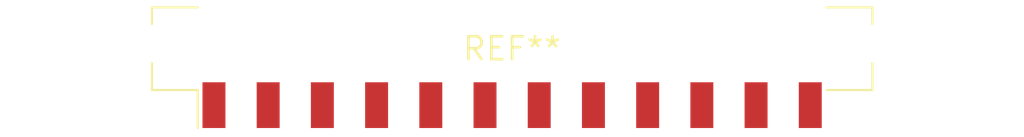
<source format=kicad_pcb>
(kicad_pcb (version 20240108) (generator pcbnew)
  (layers (0 "F.Cu" signal) (31 "B.Cu" signal) (34 "B.Paste" user) (35 "F.Paste" user) (36 "B.SilkS" user "B.Silkscreen") (37 "F.SilkS" user "F.Silkscreen") (38 "B.Mask" user) (39 "F.Mask" user) (44 "Edge.Cuts" user))
  (net 0 "")
  (footprint "Molex_Micro-Fit_3.0_43650-1221_1x12_P3.00mm_Vertical" (layer "F.Cu") (at 0 0)
    (property "Reference" "REF**")
    (property "Value" "Molex_Micro-Fit_3.0_43650-1221_1x12_P3.00mm_Vertical")
    (fp_line (start -19.935 -2.295) (end -18.515 -2.295) (layer "F.SilkS") (stroke (width 0.12)))
    (fp_line (start -19.935 -1.37) (end -19.935 -2.295) (layer "F.SilkS") (stroke (width 0.12)))
    (fp_line (start -19.935 0.8) (end -19.935 2.295) (layer "F.SilkS") (stroke (width 0.12)))
    (fp_line (start -19.935 2.295) (end -17.395 2.295) (layer "F.SilkS") (stroke (width 0.12)))
    (fp_line (start -18.515 -2.295) (end -18.515 -2.295) (layer "F.SilkS") (stroke (width 0.12)))
    (fp_line (start -18.515 -2.295) (end -17.395 -2.295) (layer "F.SilkS") (stroke (width 0.12)))
    (fp_line (start -17.395 2.295) (end -17.395 4.405) (layer "F.SilkS") (stroke (width 0.12)))
    (fp_line (start 18.515 -2.295) (end 17.395 -2.295) (layer "F.SilkS") (stroke (width 0.12)))
    (fp_line (start 18.515 -2.295) (end 18.515 -2.295) (layer "F.SilkS") (stroke (width 0.12)))
    (fp_line (start 19.935 -2.295) (end 18.515 -2.295) (layer "F.SilkS") (stroke (width 0.12)))
    (fp_line (start 19.935 -1.37) (end 19.935 -2.295) (layer "F.SilkS") (stroke (width 0.12)))
    (fp_line (start 19.935 0.8) (end 19.935 2.295) (layer "F.SilkS") (stroke (width 0.12)))
    (fp_line (start 19.935 2.295) (end 17.395 2.295) (layer "F.SilkS") (stroke (width 0.12)))
    (pad "" np_thru_hole circle (at -18.65 -0.285) (size 2.41 2.41) (drill 2.41) (layers *.Cu *.Mask))
    (pad "" np_thru_hole circle (at 18.65 -0.285) (size 2.41 2.41) (drill 2.41) (layers *.Cu *.Mask))
    (pad "1" smd rect (at -16.5 3.135) (size 1.27 2.54) (layers "F.Cu" "F.Paste" "F.Mask"))
    (pad "2" smd rect (at -13.5 3.135) (size 1.27 2.54) (layers "F.Cu" "F.Paste" "F.Mask"))
    (pad "3" smd rect (at -10.5 3.135) (size 1.27 2.54) (layers "F.Cu" "F.Paste" "F.Mask"))
    (pad "4" smd rect (at -7.5 3.135) (size 1.27 2.54) (layers "F.Cu" "F.Paste" "F.Mask"))
    (pad "5" smd rect (at -4.5 3.135) (size 1.27 2.54) (layers "F.Cu" "F.Paste" "F.Mask"))
    (pad "6" smd rect (at -1.5 3.135) (size 1.27 2.54) (layers "F.Cu" "F.Paste" "F.Mask"))
    (pad "7" smd rect (at 1.5 3.135) (size 1.27 2.54) (layers "F.Cu" "F.Paste" "F.Mask"))
    (pad "8" smd rect (at 4.5 3.135) (size 1.27 2.54) (layers "F.Cu" "F.Paste" "F.Mask"))
    (pad "9" smd rect (at 7.5 3.135) (size 1.27 2.54) (layers "F.Cu" "F.Paste" "F.Mask"))
    (pad "10" smd rect (at 10.5 3.135) (size 1.27 2.54) (layers "F.Cu" "F.Paste" "F.Mask"))
    (pad "11" smd rect (at 13.5 3.135) (size 1.27 2.54) (layers "F.Cu" "F.Paste" "F.Mask"))
    (pad "12" smd rect (at 16.5 3.135) (size 1.27 2.54) (layers "F.Cu" "F.Paste" "F.Mask"))
  )
)
</source>
